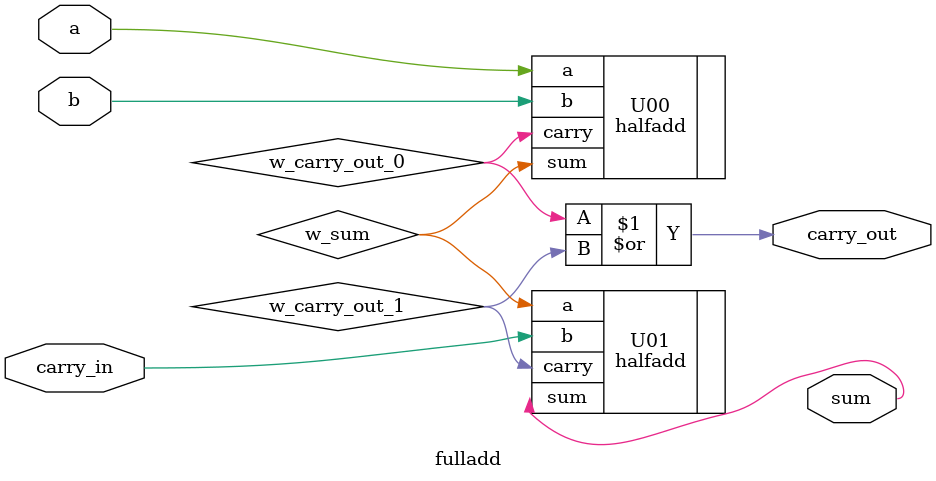
<source format=v>
module fulladd (sum, a, b, carry_out, carry_in);

output wire sum;
output carry_out;

input  wire a, b;
input carry_in;

wire w_sum;
wire w_carry_out_0, w_carry_out_1;

halfadd U00 (.a(a), .b(b), .sum(w_sum), .carry(w_carry_out_0));
halfadd U01 (.a(w_sum), .b(carry_in), .sum(sum), .carry(w_carry_out_1));
or(carry_out, w_carry_out_0, w_carry_out_1);

endmodule

</source>
